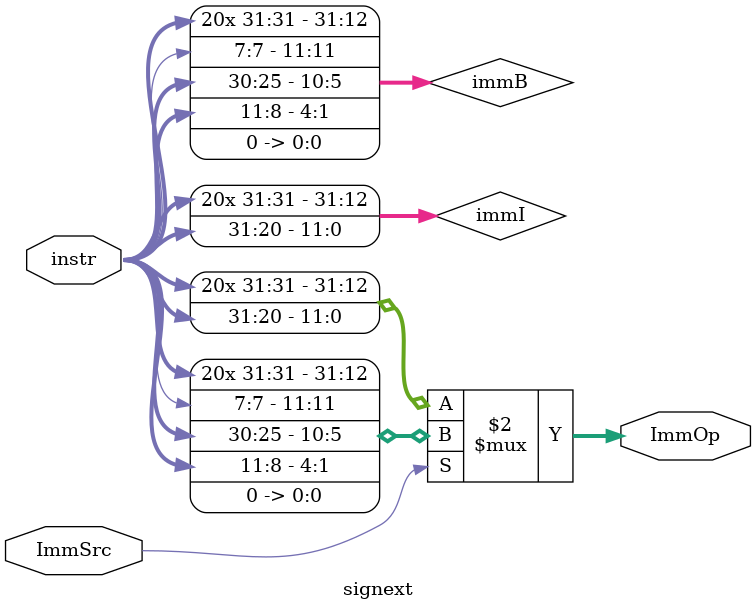
<source format=sv>
module signext (
    /* verilator lint_off UNUSED */
    input  logic [31:0] instr,        // full 32-bit instruction word
    /* verilator lint_on UNUSED */
    input  logic        ImmSrc,       // 0 = I-type immediate, 1 = B-type immediate
    output logic [31:0] ImmOp         // sign-extended immediate output
);

    logic [31:0] immI; // I-type immediate
    logic [31:0] immB; // B-type immediate

    assign immI = {{20{instr[31]}}, instr[31:20]};

    assign immB = {{19{instr[31]}},
                   instr[31],        // imm[12]
                   instr[7],         // imm[11]
                   instr[30:25],     // imm[10:5]
                   instr[11:8],      // imm[4:1]
                   1'b0              // imm[0]
                  };

    // select appropriate immediate based on instruction type
    assign ImmOp = (ImmSrc == 0) ? immI : immB;

endmodule



</source>
